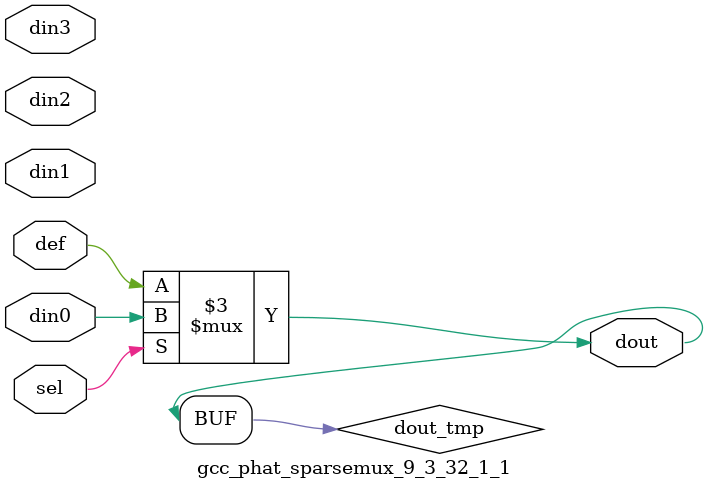
<source format=v>
`timescale 1ns / 1ps

module gcc_phat_sparsemux_9_3_32_1_1 (din0,din1,din2,din3,def,sel,dout);

parameter din0_WIDTH = 1;

parameter din1_WIDTH = 1;

parameter din2_WIDTH = 1;

parameter din3_WIDTH = 1;

parameter def_WIDTH = 1;
parameter sel_WIDTH = 1;
parameter dout_WIDTH = 1;

parameter [sel_WIDTH-1:0] CASE0 = 1;

parameter [sel_WIDTH-1:0] CASE1 = 1;

parameter [sel_WIDTH-1:0] CASE2 = 1;

parameter [sel_WIDTH-1:0] CASE3 = 1;

parameter ID = 1;
parameter NUM_STAGE = 1;



input [din0_WIDTH-1:0] din0;

input [din1_WIDTH-1:0] din1;

input [din2_WIDTH-1:0] din2;

input [din3_WIDTH-1:0] din3;

input [def_WIDTH-1:0] def;
input [sel_WIDTH-1:0] sel;

output [dout_WIDTH-1:0] dout;



reg [dout_WIDTH-1:0] dout_tmp;


always @ (*) begin
(* parallel_case *) case (sel)
    
    CASE0 : dout_tmp = din0;
    
    CASE1 : dout_tmp = din1;
    
    CASE2 : dout_tmp = din2;
    
    CASE3 : dout_tmp = din3;
    
    default : dout_tmp = def;
endcase
end


assign dout = dout_tmp;



endmodule

</source>
